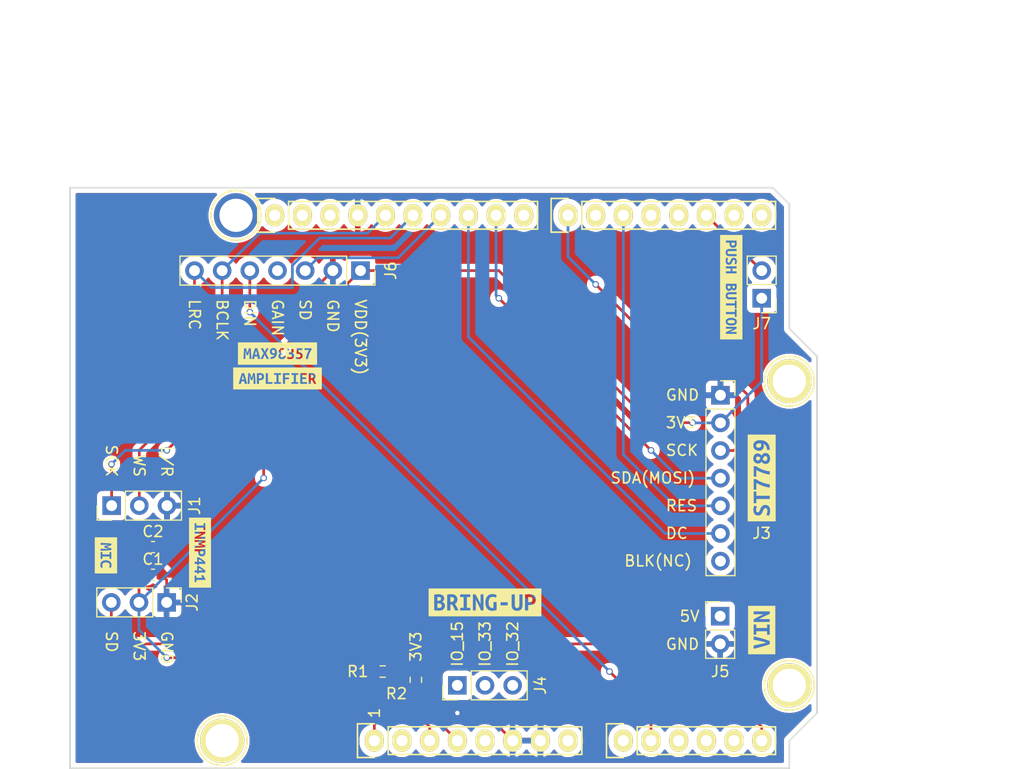
<source format=kicad_pcb>
(kicad_pcb (version 20211014) (generator pcbnew)
  (title_block (date "lun. 30 mars 2015"))
  (layers (0 "F.Cu" signal) (31 "B.Cu" signal) (34 "B.Paste" user) (35 "F.Paste" user) (36 "B.SilkS" user "B.Silkscreen") (37 "F.SilkS" user "F.Silkscreen") (38 "B.Mask" user) (39 "F.Mask" user) (44 "Edge.Cuts" user))
  (net 0 "")
  (net 1 "ESPDUINO_IO0")
  (net 2 "ESPDUINO_5V")
  (net 3 "GND")
  (net 4 "/Vin")
  (net 5 "RESET")
  (net 6 "ESPDUINO_IO2")
  (net 7 "ESPDUINO_IO4")
  (net 8 "/AREF")
  (net 9 "ESPDUINO_IO34")
  (net 10 "ESPDUINO_IO35")
  (net 11 "ESPDUINO_IO39")
  (net 16 "ESPDUINO_IO17")
  (net 17 "ESPDUINO_IO15")
  (net 18 "ESPDUINO_IO18")
  (net 19 "ESPDUINO_IO19")
  (net 20 "ESPDUINO_IO23")
  (net 21 "ESPDUINO_IO5")
  (net 22 "ESPDUINO_IO13")
  (net 23 "ESPDUINO_IO12")
  (net 24 "ESPDUINO_IO14")
  (net 25 "ESPDUINO_IO27")
  (net 26 "ESPDUINO_IO16")
  (net 27 "ESPDUINO_IO33")
  (net 28 "ESPDUINO_IO25")
  (net 29 "ESPDUINO_IO26")
  (net 30 "ESPDUINO_TX")
  (net 31 "ESPDUINO_RX")
  (net 32 "POWER_IN_5V_VCC")
  (net 33 "ESPDUINO_IO32")
  (net 34 "ESPDUINO_3.3V")
  (net 35 "/IOREF")
  (net 36 "ST7789_BLK")
  (net 37 "ESPDUINO_IO36")
  (net 40 "I2S_SPEAKER_GAIN")
  (footprint "Socket_Arduino_Uno:Socket_Strip_Arduino_1x08" (layer "F.Cu") (at 138.938 123.825)
    (fp_text reference "P1" hide)
    (fp_text value "Power")
    (pad "1" thru_hole oval locked (at 0 0) (size 1.7272 2.032) (drill 1.016) (layers *.Cu *.Mask "F.SilkS") (net 1 "ESPDUINO_IO0"))
    (pad "2" thru_hole oval locked (at 2.54 0) (size 1.7272 2.032) (drill 1.016) (layers *.Cu *.Mask "F.SilkS") (net 35 "/IOREF"))
    (pad "3" thru_hole oval locked (at 5.08 0) (size 1.7272 2.032) (drill 1.016) (layers *.Cu *.Mask "F.SilkS") (net 5 "RESET"))
    (pad "4" thru_hole oval locked (at 7.62 0) (size 1.7272 2.032) (drill 1.016) (layers *.Cu *.Mask "F.SilkS") (net 34 "ESPDUINO_3.3V"))
    (pad "5" thru_hole oval locked (at 10.16 0) (size 1.7272 2.032) (drill 1.016) (layers *.Cu *.Mask "F.SilkS") (net 2 "ESPDUINO_5V"))
    (pad "6" thru_hole oval locked (at 12.7 0) (size 1.7272 2.032) (drill 1.016) (layers *.Cu *.Mask "F.SilkS") (net 3 "GND"))
    (pad "7" thru_hole oval locked (at 15.24 0) (size 1.7272 2.032) (drill 1.016) (layers *.Cu *.Mask "F.SilkS") (net 3 "GND"))
    (pad "8" thru_hole oval locked (at 17.78 0) (size 1.7272 2.032) (drill 1.016) (layers *.Cu *.Mask "F.SilkS") (net 4 "/Vin"))
  )
  (footprint "Socket_Arduino_Uno:Socket_Strip_Arduino_1x06" (layer "F.Cu") (at 161.798 123.825)
    (fp_text reference "P2" hide)
    (fp_text value "Analog")
    (pad "1" thru_hole oval locked (at 0 0) (size 1.7272 2.032) (drill 1.016) (layers *.Cu *.Mask "F.SilkS") (net 6 "ESPDUINO_IO2"))
    (pad "2" thru_hole oval locked (at 2.54 0) (size 1.7272 2.032) (drill 1.016) (layers *.Cu *.Mask "F.SilkS") (net 7 "ESPDUINO_IO4"))
    (pad "3" thru_hole oval locked (at 5.08 0) (size 1.7272 2.032) (drill 1.016) (layers *.Cu *.Mask "F.SilkS") (net 10 "ESPDUINO_IO35"))
    (pad "4" thru_hole oval locked (at 7.62 0) (size 1.7272 2.032) (drill 1.016) (layers *.Cu *.Mask "F.SilkS") (net 9 "ESPDUINO_IO34"))
    (pad "5" thru_hole oval locked (at 10.16 0) (size 1.7272 2.032) (drill 1.016) (layers *.Cu *.Mask "F.SilkS") (net 37 "ESPDUINO_IO36"))
    (pad "6" thru_hole oval locked (at 12.7 0) (size 1.7272 2.032) (drill 1.016) (layers *.Cu *.Mask "F.SilkS") (net 11 "ESPDUINO_IO39"))
  )
  (footprint "Socket_Arduino_Uno:Socket_Strip_Arduino_1x10" (layer "F.Cu") (at 129.794 75.565)
    (fp_text reference "P3" hide)
    (fp_text value "Digital" hide)
    (pad "1" thru_hole oval locked (at 0 0) (size 1.7272 2.032) (drill 1.016) (layers *.Cu *.Mask "F.SilkS"))
    (pad "2" thru_hole oval locked (at 2.54 0) (size 1.7272 2.032) (drill 1.016) (layers *.Cu *.Mask "F.SilkS"))
    (pad "3" thru_hole oval locked (at 5.08 0) (size 1.7272 2.032) (drill 1.016) (layers *.Cu *.Mask "F.SilkS") (net 8 "/AREF"))
    (pad "4" thru_hole oval locked (at 7.62 0) (size 1.7272 2.032) (drill 1.016) (layers *.Cu *.Mask "F.SilkS") (net 3 "GND"))
    (pad "5" thru_hole oval locked (at 10.16 0) (size 1.7272 2.032) (drill 1.016) (layers *.Cu *.Mask "F.SilkS") (net 18 "ESPDUINO_IO18"))
    (pad "6" thru_hole oval locked (at 12.7 0) (size 1.7272 2.032) (drill 1.016) (layers *.Cu *.Mask "F.SilkS") (net 19 "ESPDUINO_IO19"))
    (pad "7" thru_hole oval locked (at 15.24 0) (size 1.7272 2.032) (drill 1.016) (layers *.Cu *.Mask "F.SilkS") (net 20 "ESPDUINO_IO23"))
    (pad "8" thru_hole oval locked (at 17.78 0) (size 1.7272 2.032) (drill 1.016) (layers *.Cu *.Mask "F.SilkS") (net 21 "ESPDUINO_IO5"))
    (pad "9" thru_hole oval locked (at 20.32 0) (size 1.7272 2.032) (drill 1.016) (layers *.Cu *.Mask "F.SilkS") (net 22 "ESPDUINO_IO13"))
    (pad "10" thru_hole oval locked (at 22.86 0) (size 1.7272 2.032) (drill 1.016) (layers *.Cu *.Mask "F.SilkS") (net 23 "ESPDUINO_IO12"))
  )
  (footprint "Socket_Arduino_Uno:Socket_Strip_Arduino_1x08" (layer "F.Cu") (at 156.718 75.565)
    (fp_text reference "P4" hide)
    (fp_text value "Digital")
    (pad "1" thru_hole oval locked (at 0 0) (size 1.7272 2.032) (drill 1.016) (layers *.Cu *.Mask "F.SilkS") (net 24 "ESPDUINO_IO14"))
    (pad "2" thru_hole oval locked (at 2.54 0) (size 1.7272 2.032) (drill 1.016) (layers *.Cu *.Mask "F.SilkS") (net 25 "ESPDUINO_IO27"))
    (pad "3" thru_hole oval locked (at 5.08 0) (size 1.7272 2.032) (drill 1.016) (layers *.Cu *.Mask "F.SilkS") (net 26 "ESPDUINO_IO16"))
    (pad "4" thru_hole oval locked (at 7.62 0) (size 1.7272 2.032) (drill 1.016) (layers *.Cu *.Mask "F.SilkS") (net 16 "ESPDUINO_IO17"))
    (pad "5" thru_hole oval locked (at 10.16 0) (size 1.7272 2.032) (drill 1.016) (layers *.Cu *.Mask "F.SilkS") (net 28 "ESPDUINO_IO25"))
    (pad "6" thru_hole oval locked (at 12.7 0) (size 1.7272 2.032) (drill 1.016) (layers *.Cu *.Mask "F.SilkS") (net 29 "ESPDUINO_IO26"))
    (pad "7" thru_hole oval locked (at 15.24 0) (size 1.7272 2.032) (drill 1.016) (layers *.Cu *.Mask "F.SilkS") (net 30 "ESPDUINO_TX"))
    (pad "8" thru_hole oval locked (at 17.78 0) (size 1.7272 2.032) (drill 1.016) (layers *.Cu *.Mask "F.SilkS") (net 31 "ESPDUINO_RX"))
  )
  (footprint "Socket_Arduino_Uno:Arduino_1pin" (layer "F.Cu") (at 124.968 123.825)
    (fp_text reference "P5" hide)
    (fp_text value "CONN_01X01" hide)
    (pad "1" thru_hole circle locked (at 0 0) (size 4.064 4.064) (drill 3.048) (layers *.Cu *.Mask "F.SilkS"))
  )
  (footprint "Socket_Arduino_Uno:Arduino_1pin" (layer "F.Cu") (at 177.038 118.745)
    (fp_text reference "P6" hide)
    (fp_text value "CONN_01X01" hide)
    (pad "1" thru_hole circle locked (at 0 0) (size 4.064 4.064) (drill 3.048) (layers *.Cu *.Mask "F.SilkS"))
  )
  (footprint "Socket_Arduino_Uno:Arduino_1pin" (layer "F.Cu") (at 126.238 75.565)
    (fp_text reference "P7" hide)
    (fp_text value "CONN_01X01" hide)
    (pad "1" thru_hole circle locked (at 0 0) (size 4.064 4.064) (drill 3.048) (layers *.Cu *.Mask))
  )
  (footprint "Socket_Arduino_Uno:Arduino_1pin" (layer "F.Cu") (at 177.038 90.805)
    (fp_text reference "P8" hide)
    (fp_text value "CONN_01X01" hide)
    (pad "1" thru_hole circle locked (at 0 0) (size 4.064 4.064) (drill 3.048) (layers *.Cu *.Mask "F.SilkS"))
  )
  (footprint "Resistor_SMD:R_0603_1608Metric" (layer "F.Cu") (at 139.7 117.475 180)
    (fp_text reference "R1" (at 2.286 0 180) (layer "F.SilkS"))
    (fp_text value "330")
    (pad "1" smd roundrect (at -0.825 0 180) (size 0.8 0.95) (layers "F.Cu" "F.Paste" "F.Mask") (net 34 "ESPDUINO_3.3V"))
    (pad "2" smd roundrect (at 0.825 0 180) (size 0.8 0.95) (layers "F.Cu" "F.Paste" "F.Mask") (net 1 "ESPDUINO_IO0"))
  )
  (footprint "kibuzzard-62A4A2A0" (layer "F.Cu") (at 122.936 106.553 -90)
    (fp_text reference "kibuzzard-62A4A2A0" hide)
    (fp_text value "G***" hide)
  )
  (footprint "kibuzzard-6280E76A" (layer "F.Cu") (at 174.498 99.695 90)
    (fp_text reference "kibuzzard-6280E76A" hide)
    (fp_text value "G***" hide)
  )
  (footprint "kibuzzard-62A53555" (layer "F.Cu") (at 130.048 90.551)
    (fp_text reference "kibuzzard-62A53555" hide)
    (fp_text value "G***" hide)
  )
  (footprint "kibuzzard-62A4A288" (layer "F.Cu") (at 130.048 88.265)
    (fp_text reference "kibuzzard-62A4A288" hide)
    (fp_text value "G***" hide)
  )
  (footprint "Connector_PinSocket_2.54mm:PinSocket_1x07_P2.54mm_Vertical" (layer "F.Cu") (at 170.713 92.095)
    (fp_text reference "J3" (at 3.785 12.68) (layer "F.SilkS"))
    (fp_text value "ST7789")
    (pad "1" thru_hole rect (at 0 0) (size 1.7 1.7) (drill 1) (layers *.Cu *.Mask) (net 3 "GND"))
    (pad "2" thru_hole oval (at 0 2.54) (size 1.7 1.7) (drill 1) (layers *.Cu *.Mask) (net 34 "ESPDUINO_3.3V"))
    (pad "3" thru_hole oval (at 0 5.08) (size 1.7 1.7) (drill 1) (layers *.Cu *.Mask) (net 24 "ESPDUINO_IO14"))
    (pad "4" thru_hole oval (at 0 7.62) (size 1.7 1.7) (drill 1) (layers *.Cu *.Mask) (net 22 "ESPDUINO_IO13"))
    (pad "5" thru_hole oval (at 0 10.16) (size 1.7 1.7) (drill 1) (layers *.Cu *.Mask) (net 26 "ESPDUINO_IO16"))
    (pad "6" thru_hole oval (at 0 12.7) (size 1.7 1.7) (drill 1) (layers *.Cu *.Mask) (net 21 "ESPDUINO_IO5"))
    (pad "7" thru_hole oval (at 0 15.24) (size 1.7 1.7) (drill 1) (layers *.Cu *.Mask) (net 36 "ST7789_BLK"))
  )
  (footprint "Resistor_SMD:R_0603_1608Metric" (layer "F.Cu") (at 142.748 118.237 -90)
    (fp_text reference "R2" (at 1.27 1.778 180) (layer "F.SilkS"))
    (fp_text value "330")
    (pad "1" smd roundrect (at -0.825 0 270) (size 0.8 0.95) (layers "F.Cu" "F.Paste" "F.Mask") (net 34 "ESPDUINO_3.3V"))
    (pad "2" smd roundrect (at 0.825 0 270) (size 0.8 0.95) (layers "F.Cu" "F.Paste" "F.Mask") (net 5 "RESET"))
  )
  (footprint "kibuzzard-6280EDB6" (layer "F.Cu") (at 174.498 113.665 90)
    (fp_text reference "kibuzzard-6280EDB6" hide)
    (fp_text value "G***" hide)
  )
  (footprint "Capacitor_SMD:C_0603_1608Metric" (layer "F.Cu") (at 118.618 108.585)
    (fp_text reference "C1" (at 0 -1.43) (layer "F.SilkS"))
    (fp_text value "0.1uF")
    (pad "1" smd roundrect (at -0.775 0) (size 0.9 0.95) (layers "F.Cu" "F.Paste" "F.Mask") (net 34 "ESPDUINO_3.3V"))
    (pad "2" smd roundrect (at 0.775 0) (size 0.9 0.95) (layers "F.Cu" "F.Paste" "F.Mask") (net 3 "GND"))
  )
  (footprint "Connector_PinHeader_2.54mm:PinHeader_1x03_P2.54mm_Vertical" (layer "F.Cu") (at 119.873 111.125 -90)
    (fp_text reference "J2" (at 0 -2.33 90) (layer "F.SilkS"))
    (fp_text value "inmp441 right")
    (pad "1" thru_hole rect (at 0 0 270) (size 1.7 1.7) (drill 1) (layers *.Cu *.Mask) (net 3 "GND"))
    (pad "2" thru_hole oval (at 0 2.54 270) (size 1.7 1.7) (drill 1) (layers *.Cu *.Mask) (net 34 "ESPDUINO_3.3V"))
    (pad "3" thru_hole oval (at 0 5.08 270) (size 1.7 1.7) (drill 1) (layers *.Cu *.Mask) (net 11 "ESPDUINO_IO39"))
  )
  (footprint "Connector_PinHeader_2.54mm:PinHeader_1x02_P2.54mm_Vertical" (layer "F.Cu") (at 174.498 83.185 180)
    (fp_text reference "J7" (at 0 -2.33) (layer "F.SilkS"))
    (fp_text value "POWER_IN_5V")
    (pad "1" thru_hole rect (at 0 0 180) (size 1.7 1.7) (drill 1) (layers *.Cu *.Mask) (net 34 "ESPDUINO_3.3V"))
    (pad "2" thru_hole oval (at 0 2.54 180) (size 1.7 1.7) (drill 1) (layers *.Cu *.Mask) (net 29 "ESPDUINO_IO26"))
  )
  (footprint "Connector_PinHeader_2.54mm:PinHeader_1x03_P2.54mm_Vertical" (layer "F.Cu") (at 114.823 102.235 90)
    (fp_text reference "J1" (at 0 7.605 90) (layer "F.SilkS"))
    (fp_text value "inmp441 left")
    (pad "1" thru_hole rect (at 0 0 90) (size 1.7 1.7) (drill 1) (layers *.Cu *.Mask) (net 18 "ESPDUINO_IO18"))
    (pad "2" thru_hole oval (at 0 2.54 90) (size 1.7 1.7) (drill 1) (layers *.Cu *.Mask) (net 19 "ESPDUINO_IO19"))
    (pad "3" thru_hole oval (at 0 5.08 90) (size 1.7 1.7) (drill 1) (layers *.Cu *.Mask) (net 3 "GND"))
  )
  (footprint "kibuzzard-62A53545" (layer "F.Cu") (at 114.3 106.807 -90)
    (fp_text reference "kibuzzard-62A53545" hide)
    (fp_text value "G***" hide)
  )
  (footprint "Connector_PinSocket_2.54mm:PinSocket_1x07_P2.54mm_Vertical" (layer "F.Cu") (at 137.668 80.645 -90)
    (fp_text reference "J6" (at 0 -2.77 90) (layer "F.SilkS"))
    (fp_text value "MAX98357")
    (pad "1" thru_hole rect (at 0 0 270) (size 1.7 1.7) (drill 1) (layers *.Cu *.Mask) (net 34 "ESPDUINO_3.3V"))
    (pad "2" thru_hole oval (at 0 2.54 270) (size 1.7 1.7) (drill 1) (layers *.Cu *.Mask) (net 3 "GND"))
    (pad "3" thru_hole oval (at 0 5.08 270) (size 1.7 1.7) (drill 1) (layers *.Cu *.Mask) (net 20 "ESPDUINO_IO23"))
    (pad "4" thru_hole oval (at 0 7.62 270) (size 1.7 1.7) (drill 1) (layers *.Cu *.Mask) (net 40 "I2S_SPEAKER_GAIN"))
    (pad "5" thru_hole oval (at 0 10.16 270) (size 1.7 1.7) (drill 1) (layers *.Cu *.Mask) (net 7 "ESPDUINO_IO4"))
    (pad "6" thru_hole oval (at 0 12.7 270) (size 1.7 1.7) (drill 1) (layers *.Cu *.Mask) (net 18 "ESPDUINO_IO18"))
    (pad "7" thru_hole oval (at 0 15.24 270) (size 1.7 1.7) (drill 1) (layers *.Cu *.Mask) (net 19 "ESPDUINO_IO19"))
  )
  (footprint "kibuzzard-6279C31F" (layer "F.Cu") (at 149.098 111.125)
    (fp_text reference "kibuzzard-6279C31F" hide)
    (fp_text value "G***" hide)
  )
  (footprint "Capacitor_SMD:C_0603_1608Metric" (layer "F.Cu") (at 118.618 106.045)
    (fp_text reference "C2" (at 0 -1.43) (layer "F.SilkS"))
    (fp_text value "1uF")
    (pad "1" smd roundrect (at -0.775 0) (size 0.9 0.95) (layers "F.Cu" "F.Paste" "F.Mask") (net 34 "ESPDUINO_3.3V"))
    (pad "2" smd roundrect (at 0.775 0) (size 0.9 0.95) (layers "F.Cu" "F.Paste" "F.Mask") (net 3 "GND"))
  )
  (footprint "kibuzzard-62A534F6" (layer "F.Cu") (at 171.704 82.169 -90)
    (fp_text reference "kibuzzard-62A534F6" hide)
    (fp_text value "G***" hide)
  )
  (footprint "Connector_PinHeader_2.54mm:PinHeader_1x02_P2.54mm_Vertical" (layer "F.Cu") (at 170.688 112.395)
    (fp_text reference "J5" (at 0 5.08) (layer "F.SilkS"))
    (fp_text value "POWER_IN_5V" hide)
    (pad "1" thru_hole rect (at 0 0) (size 1.7 1.7) (drill 1) (layers *.Cu *.Mask) (net 32 "POWER_IN_5V_VCC"))
    (pad "2" thru_hole oval (at 0 2.54) (size 1.7 1.7) (drill 1) (layers *.Cu *.Mask) (net 3 "GND"))
  )
  (footprint "Connector_PinHeader_2.54mm:PinHeader_1x03_P2.54mm_Vertical" (layer "F.Cu") (at 146.558 118.745 90)
    (fp_text reference "J4" (at 0 7.62 90) (layer "F.SilkS"))
    (fp_text value "extend")
    (pad "1" thru_hole rect (at 0 0 90) (size 1.7 1.7) (drill 1) (layers *.Cu *.Mask) (net 17 "ESPDUINO_IO15"))
    (pad "2" thru_hole oval (at 0 2.54 90) (size 1.7 1.7) (drill 1) (layers *.Cu *.Mask) (net 27 "ESPDUINO_IO33"))
    (pad "3" thru_hole oval (at 0 5.08 90) (size 1.7 1.7) (drill 1) (layers *.Cu *.Mask) (net 33 "ESPDUINO_IO32"))
  )
  (gr_line (start 179.578 88.519) (end 177.038 85.979) (layer "Edge.Cuts") (width 0.15))
  (gr_line (start 177.038 126.365) (end 177.038 123.825) (layer "Edge.Cuts") (width 0.15))
  (gr_line (start 177.038 74.549) (end 175.514 73.025) (layer "Edge.Cuts") (width 0.15))
  (gr_line (start 177.038 123.825) (end 179.578 121.285) (layer "Edge.Cuts") (width 0.15))
  (gr_line (start 110.998 73.025) (end 110.998 126.365) (layer "Edge.Cuts") (width 0.15))
  (gr_line (start 179.578 121.285) (end 179.578 88.519) (layer "Edge.Cuts") (width 0.15))
  (gr_line (start 110.998 126.365) (end 177.038 126.365) (layer "Edge.Cuts") (width 0.15))
  (gr_line (start 175.514 73.025) (end 110.998 73.025) (layer "Edge.Cuts") (width 0.15))
  (gr_line (start 177.038 85.979) (end 177.038 74.549) (layer "Edge.Cuts") (width 0.15))
  (gr_text "SD" (at 132.588 83.185 270) (layer "F.SilkS") (effects (font (size 1 1)) (justify left)))
  (gr_text "SDA(MOSI)" (at 160.528 99.695) (layer "F.SilkS") (effects (font (size 1 1)) (justify left)))
  (gr_text "5V\n" (at 166.878 112.395) (layer "F.SilkS") (effects (font (size 1 1)) (justify left)))
  (gr_text "SCK" (at 114.808 99.695 270) (layer "F.SilkS") (effects (font (size 1 1)) (justify right)))
  (gr_text "L/R" (at 119.888 99.695 270) (layer "F.SilkS") (effects (font (size 1 1)) (justify right)))
  (gr_text "3V3" (at 142.748 115.189 90) (layer "F.SilkS") (effects (font (size 1 1))))
  (gr_text "BCLK" (at 124.968 83.185 270) (layer "F.SilkS") (effects (font (size 1 1)) (justify left)))
  (gr_text "3V3" (at 117.348 113.665 270) (layer "F.SilkS") (effects (font (size 1 1)) (justify left)))
  (gr_text "GND" (at 165.608 114.965) (layer "F.SilkS") (effects (font (size 1 1)) (justify left)))
  (gr_text "WS" (at 117.348 99.695 270) (layer "F.SilkS") (effects (font (size 1 1)) (justify right)))
  (gr_text "RES" (at 165.608 102.235) (layer "F.SilkS") (effects (font (size 1 1)) (justify left)))
  (gr_text "IO_33" (at 149.098 114.935 90) (layer "F.SilkS") (effects (font (size 1 1))))
  (gr_text "VDD(3V3)" (at 137.668 83.185 270) (layer "F.SilkS") (effects (font (size 1 1)) (justify left)))
  (gr_text "GAIN\n" (at 130.048 83.185 270) (layer "F.SilkS") (effects (font (size 1 1)) (justify left)))
  (gr_text "SCK" (at 165.608 97.155) (layer "F.SilkS") (effects (font (size 1 1)) (justify left)))
  (gr_text "IO_32\n" (at 151.638 114.935 90) (layer "F.SilkS") (effects (font (size 1 1))))
  (gr_text "GND\n" (at 165.608 92.075) (layer "F.SilkS") (effects (font (size 1 1)) (justify left)))
  (gr_text "3V3\n" (at 165.608 94.615) (layer "F.SilkS") (effects (font (size 1 1)) (justify left)))
  (gr_text "GND" (at 119.888 113.665 270) (layer "F.SilkS") (effects (font (size 1 1)) (justify left)))
  (gr_text "IO_15" (at 146.558 114.935 90) (layer "F.SilkS") (effects (font (size 1 1))))
  (gr_text "DIN" (at 127.508 83.185 270) (layer "F.SilkS") (effects (font (size 1 1)) (justify left)))
  (gr_text "DC" (at 165.608 104.775) (layer "F.SilkS") (effects (font (size 1 1)) (justify left)))
  (gr_text "1" (at 138.938 121.285 90) (layer "F.SilkS") (effects (font (size 1 1))))
  (gr_text "SD" (at 114.808 113.665 270) (layer "F.SilkS") (effects (font (size 1 1)) (justify left)))
  (gr_text "GND" (at 135.128 83.185 270) (layer "F.SilkS") (effects (font (size 1 1)) (justify left)))
  (gr_text "BLK(NC)" (at 161.798 107.315) (layer "F.SilkS") (effects (font (size 1 1)) (justify left)))
  (gr_text "LRC" (at 122.428 83.185 270) (layer "F.SilkS") (effects (font (size 1 1)) (justify left)))
  (segment (start 138.875 117.475) (end 138.938 117.538) (width 0.25) (layer "F.Cu") (net 1))
  (segment (start 138.938 117.538) (end 138.938 123.825) (width 0.25) (layer "F.Cu") (net 1))
  (segment (start 127.508 92.075) (end 119.888 99.695) (width 0.25) (layer "F.Cu") (net 3))
  (segment (start 119.903 105.535) (end 119.903 102.235) (width 0.25) (layer "F.Cu") (net 3))
  (segment (start 119.888 99.695) (end 119.903 99.71) (width 0.25) (layer "F.Cu") (net 3))
  (segment (start 119.873 111.125) (end 119.873 109.065) (width 0.25) (layer "F.Cu") (net 3))
  (segment (start 119.393 106.045) (end 119.903 105.535) (width 0.25) (layer "F.Cu") (net 3))
  (segment (start 119.393 108.585) (end 119.393 106.045) (width 0.25) (layer "F.Cu") (net 3))
  (segment (start 127.508 88.265) (end 127.508 92.075) (width 0.25) (layer "F.Cu") (net 3))
  (segment (start 149.098 121.285) (end 146.558 121.285) (width 0.25) (layer "F.Cu") (net 3))
  (segment (start 137.414 75.565) (end 137.414 77.089) (width 0.25) (layer "F.Cu") (net 3))
  (segment (start 135.128 80.645) (end 127.508 88.265) (width 0.25) (layer "F.Cu") (net 3))
  (segment (start 151.638 123.825) (end 149.098 121.285) (width 0.25) (layer "F.Cu") (net 3))
  (segment (start 135.128 79.375) (end 135.128 80.645) (width 0.25) (layer "F.Cu") (net 3))
  (segment (start 137.414 77.089) (end 135.128 79.375) (width 0.25) (layer "F.Cu") (net 3))
  (segment (start 119.873 109.065) (end 119.393 108.585) (width 0.25) (layer "F.Cu") (net 3))
  (segment (start 119.903 99.71) (end 119.903 102.235) (width 0.25) (layer "F.Cu") (net 3))
  (via (at 146.558 121.285) (size 0.6) (drill 0.4) (layers "F.Cu" "B.Cu") (net 3))
  (segment (start 168.148 114.935) (end 170.688 114.935) (width 0.25) (layer "B.Cu") (net 3))
  (segment (start 155.448 121.285) (end 161.798 121.285) (width 0.25) (layer "B.Cu") (net 3))
  (segment (start 151.638 123.825) (end 154.178 123.825) (width 0.25) (layer "B.Cu") (net 3))
  (segment (start 154.178 123.825) (end 154.178 122.555) (width 0.25) (layer "B.Cu") (net 3))
  (segment (start 119.873 113.65) (end 119.873 111.125) (width 0.25) (layer "B.Cu") (net 3))
  (segment (start 146.558 121.285) (end 127.508 121.285) (width 0.25) (layer "B.Cu") (net 3))
  (segment (start 154.178 122.555) (end 155.448 121.285) (width 0.25) (layer "B.Cu") (net 3))
  (segment (start 161.798 121.285) (end 168.148 114.935) (width 0.25) (layer "B.Cu") (net 3))
  (segment (start 127.508 121.285) (end 119.873 113.65) (width 0.25) (layer "B.Cu") (net 3))
  (segment (start 142.748 119.062) (end 142.748 121.285) (width 0.25) (layer "F.Cu") (net 5))
  (segment (start 144.018 122.555) (end 144.018 123.825) (width 0.25) (layer "F.Cu") (net 5))
  (segment (start 142.748 121.285) (end 144.018 122.555) (width 0.25) (layer "F.Cu") (net 5))
  (segment (start 127.508 80.645) (end 127.508 84.455) (width 0.25) (layer "F.Cu") (net 7))
  (segment (start 164.338 121.285) (end 164.338 123.825) (width 0.25) (layer "F.Cu") (net 7))
  (segment (start 160.528 117.475) (end 164.338 121.285) (width 0.25) (layer "F.Cu") (net 7))
  (via (at 160.528 117.475) (size 0.6) (drill 0.4) (layers "F.Cu" "B.Cu") (net 7))
  (via (at 127.508 84.455) (size 0.6) (drill 0.4) (layers "F.Cu" "B.Cu") (net 7))
  (segment (start 127.508 84.455) (end 160.528 117.475) (width 0.25) (layer "B.Cu") (net 7))
  (segment (start 166.878 114.935) (end 174.498 122.555) (width 0.25) (layer "F.Cu") (net 11))
  (segment (start 174.498 122.555) (end 174.498 123.825) (width 0.25) (layer "F.Cu") (net 11))
  (segment (start 114.793 111.125) (end 114.793 113.65) (width 0.25) (layer "F.Cu") (net 11))
  (segment (start 116.078 114.935) (end 166.878 114.935) (width 0.25) (layer "F.Cu") (net 11))
  (segment (start 114.793 113.65) (end 116.078 114.935) (width 0.25) (layer "F.Cu") (net 11))
  (segment (start 124.968 92.075) (end 119.888 97.155) (width 0.25) (layer "F.Cu") (net 18))
  (segment (start 114.823 98.44) (end 114.823 102.235) (width 0.25) (layer "F.Cu") (net 18))
  (segment (start 114.808 98.425) (end 114.823 98.44) (width 0.25) (layer "F.Cu") (net 18))
  (segment (start 124.968 80.645) (end 124.968 92.075) (width 0.25) (layer "F.Cu") (net 18))
  (via (at 114.808 98.425) (size 0.6) (drill 0.4) (layers "F.Cu" "B.Cu") (net 18))
  (via (at 119.888 97.155) (size 0.6) (drill 0.4) (layers "F.Cu" "B.Cu") (net 18))
  (segment (start 116.078 97.155) (end 114.808 98.425) (width 0.25) (layer "B.Cu") (net 18))
  (segment (start 139.954 75.565) (end 138.313022 77.205978) (width 0.25) (layer "B.Cu") (net 18))
  (segment (start 119.888 97.155) (end 116.078 97.155) (width 0.25) (layer "B.Cu") (net 18))
  (segment (start 128.407021 77.205979) (end 124.968 80.645) (width 0.25) (layer "B.Cu") (net 18))
  (segment (start 138.313022 77.205978) (end 128.407021 77.205979) (width 0.25) (layer "B.Cu") (net 18))
  (segment (start 122.428 92.075) (end 117.348 97.155) (width 0.25) (layer "F.Cu") (net 19))
  (segment (start 117.348 97.155) (end 117.363 97.17) (width 0.25) (layer "F.Cu") (net 19))
  (segment (start 117.363 97.17) (end 117.363 102.235) (width 0.25) (layer "F.Cu") (net 19))
  (segment (start 122.428 80.645) (end 122.428 92.075) (width 0.25) (layer "F.Cu") (net 19))
  (segment (start 142.494 75.565) (end 140.403511 77.655489) (width 0.25) (layer "B.Cu") (net 19))
  (segment (start 131.413489 82.201467) (end 123.984467 82.201467) (width 0.25) (layer "B.Cu") (net 19))
  (segment (start 123.984467 82.201467) (end 122.428 80.645) (width 0.25) (layer "B.Cu") (net 19))
  (segment (start 133.916501 77.655489) (end 131.413489 80.158501) (width 0.25) (layer "B.Cu") (net 19))
  (segment (start 140.403511 77.655489) (end 133.916501 77.655489) (width 0.25) (layer "B.Cu") (net 19))
  (segment (start 131.413489 80.158501) (end 131.413489 82.201467) (width 0.25) (layer "B.Cu") (net 19))
  (segment (start 145.034 75.565) (end 141.128511 79.470489) (width 0.25) (layer "B.Cu") (net 20))
  (segment (start 141.128511 79.470489) (end 133.762511 79.470489) (width 0.25) (layer "B.Cu") (net 20))
  (segment (start 133.762511 79.470489) (end 132.588 80.645) (width 0.25) (layer "B.Cu") (net 20))
  (segment (start 170.713 104.795) (end 165.628 104.795) (width 0.25) (layer "B.Cu") (net 21))
  (segment (start 147.574 83.439) (end 147.574 75.565) (width 0.25) (layer "B.Cu") (net 21))
  (segment (start 147.574 86.741) (end 147.574 83.439) (width 0.25) (layer "B.Cu") (net 21))
  (segment (start 165.628 104.795) (end 147.574 86.741) (width 0.25) (layer "B.Cu") (net 21))
  (segment (start 164.338 97.155) (end 150.368 83.185) (width 0.25) (layer "F.Cu") (net 22))
  (via (at 150.368 83.185) (size 0.6) (drill 0.4) (layers "F.Cu" "B.Cu") (net 22))
  (via (at 164.338 97.155) (size 0.6) (drill 0.4) (layers "F.Cu" "B.Cu") (net 22))
  (segment (start 170.713 99.715) (end 166.898 99.715) (width 0.25) (layer "B.Cu") (net 22))
  (segment (start 150.114 82.931) (end 150.114 75.565) (width 0.25) (layer "B.Cu") (net 22))
  (segment (start 166.898 99.715) (end 164.338 97.155) (width 0.25) (layer "B.Cu") (net 22))
  (segment (start 150.368 83.185) (end 150.114 82.931) (width 0.25) (layer "B.Cu") (net 22))
  (segment (start 165.608 88.265) (end 169.418 88.265) (width 0.25) (layer "F.Cu") (net 24))
  (segment (start 171.938 97.175) (end 170.713 97.175) (width 0.25) (layer "F.Cu") (net 24))
  (segment (start 173.228 95.885) (end 171.938 97.175) (width 0.25) (layer "F.Cu") (net 24))
  (segment (start 159.258 81.915) (end 165.608 88.265) (width 0.25) (layer "F.Cu") (net 24))
  (segment (start 173.228 92.075) (end 173.228 95.885) (width 0.25) (layer "F.Cu") (net 24))
  (segment (start 169.418 88.265) (end 173.228 92.075) (width 0.25) (layer "F.Cu") (net 24))
  (via (at 159.258 81.915) (size 0.6) (drill 0.4) (layers "F.Cu" "B.Cu") (net 24))
  (segment (start 156.718 79.375) (end 159.258 81.915) (width 0.25) (layer "B.Cu") (net 24))
  (segment (start 156.718 75.565) (end 156.718 79.375) (width 0.25) (layer "B.Cu") (net 24))
  (segment (start 161.798 75.565) (end 161.798 97.54101) (width 0.25) (layer "B.Cu") (net 26))
  (segment (start 166.51199 102.255) (end 170.713 102.255) (width 0.25) (layer "B.Cu") (net 26))
  (segment (start 161.798 97.54101) (end 166.51199 102.255) (width 0.25) (layer "B.Cu") (net 26))
  (segment (start 174.498 80.645) (end 169.418 75.565) (width 0.25) (layer "F.Cu") (net 29))
  (segment (start 130.048 88.265) (end 128.778 89.535) (width 0.25) (layer "F.Cu") (net 34))
  (segment (start 128.778 89.535) (end 128.778 95.885) (width 0.25) (layer "F.Cu") (net 34))
  (segment (start 128.778 99.695) (end 128.778 98.425) (width 0.25) (layer "F.Cu") (net 34))
  (segment (start 117.333 109.095) (end 117.843 108.585) (width 0.25) (layer "F.Cu") (net 34))
  (segment (start 117.843 108.585) (end 117.843 106.045) (width 0.25) (layer "F.Cu") (net 34))
  (segment (start 142.685 117.475) (end 142.748 117.412) (width 0.25) (layer "F.Cu") (net 34))
  (segment (start 137.668 80.645) (end 130.048 88.265) (width 0.25) (layer "F.Cu") (net 34))
  (segment (start 144.018 121.285) (end 146.558 123.825) (width 0.25) (layer "F.Cu") (net 34))
  (segment (start 140.525 117.475) (end 139.255 116.205) (width 0.25) (layer "F.Cu") (net 34))
  (segment (start 137.668 80.645) (end 150.368 80.645) (width 0.25) (layer "F.Cu") (net 34))
  (segment (start 140.525 117.475) (end 142.685 117.475) (width 0.25) (layer "F.Cu") (net 34))
  (segment (start 144.018 118.682) (end 144.018 121.285) (width 0.25) (layer "F.Cu") (net 34))
  (segment (start 164.338 94.615) (end 168.148 94.615) (width 0.25) (layer "F.Cu") (net 34))
  (segment (start 128.778 98.425) (end 128.778 89.535) (width 0.25) (layer "F.Cu") (net 34))
  (segment (start 150.368 80.645) (end 164.338 94.615) (width 0.25) (layer "F.Cu") (net 34))
  (segment (start 142.748 117.412) (end 144.018 118.682) (width 0.25) (layer "F.Cu") (net 34))
  (segment (start 117.333 111.125) (end 117.333 109.095) (width 0.25) (layer "F.Cu") (net 34))
  (segment (start 128.778 95.885) (end 128.778 98.425) (width 0.25) (layer "F.Cu") (net 34))
  (segment (start 139.255 116.205) (end 119.888 116.205) (width 0.25) (layer "F.Cu") (net 34))
  (via (at 119.888 116.205) (size 0.6) (drill 0.4) (layers "F.Cu" "B.Cu") (net 34))
  (via (at 168.148 94.615) (size 0.6) (drill 0.4) (layers "F.Cu" "B.Cu") (net 34))
  (via (at 128.778 99.695) (size 0.6) (drill 0.4) (layers "F.Cu" "B.Cu") (net 34))
  (segment (start 119.888 116.205) (end 117.333 113.65) (width 0.25) (layer "B.Cu") (net 34))
  (segment (start 117.333 113.65) (end 117.333 111.125) (width 0.25) (layer "B.Cu") (net 34))
  (segment (start 123.698 104.76) (end 123.713 104.76) (width 0.25) (layer "B.Cu") (net 34))
  (segment (start 174.498 90.85) (end 174.498 83.185) (width 0.25) (layer "B.Cu") (net 34))
  (segment (start 123.698 104.76) (end 117.333 111.125) (width 0.25) (layer "B.Cu") (net 34))
  (segment (start 123.713 104.76) (end 128.778 99.695) (width 0.25) (layer "B.Cu") (net 34))
  (segment (start 168.168 94.635) (end 168.148 94.615) (width 0.25) (layer "B.Cu") (net 34))
  (segment (start 170.713 94.635) (end 174.498 90.85) (width 0.25) (layer "B.Cu") (net 34))
  (segment (start 170.713 94.635) (end 168.168 94.635) (width 0.25) (layer "B.Cu") (net 34))
  (zone (net 3) (net_name "GND") (layers F&B.Cu) (connect_pads (clearance 0.508)) (min_thickness 0.254) (fill yes (thermal_gap 0.508) (thermal_bridge_width 0.508))
    (polygon (pts (xy 179.578 126.365) (xy 110.998 126.365) (xy 110.998 73.025) (xy 179.578 73.025)))
  )
  (zone (net 3) (net_name "GND") (layers F&B.Cu) (connect_pads (clearance 0.508)) (min_thickness 0.254) (fill yes (thermal_gap 0.508) (thermal_bridge_width 0.508) (island_removal_mode 1) (island_area_min 0))
    (polygon (pts (xy 179.578 126.365) (xy 110.998 126.365) (xy 110.998 73.025) (xy 179.578 73.025)))
  )
)
</source>
